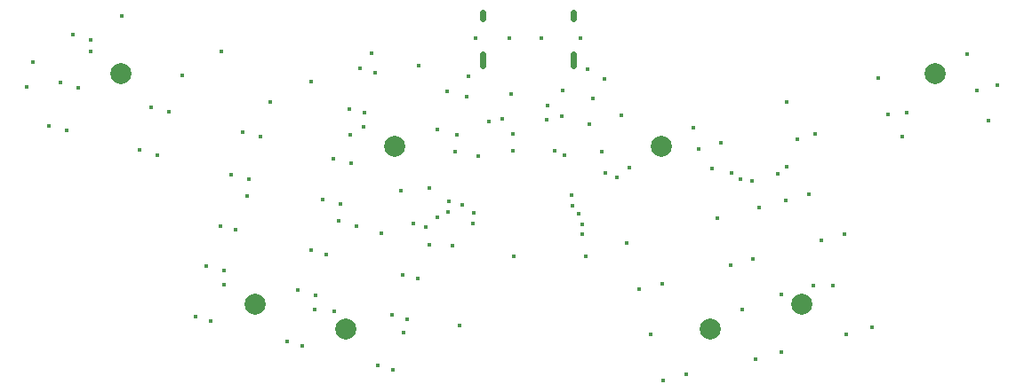
<source format=gbr>
%TF.GenerationSoftware,KiCad,Pcbnew,8.0.0*%
%TF.CreationDate,2024-03-10T21:35:40-05:00*%
%TF.ProjectId,idawgz32,69646177-677a-4333-922e-6b696361645f,rev?*%
%TF.SameCoordinates,Original*%
%TF.FileFunction,Plated,1,2,PTH,Mixed*%
%TF.FilePolarity,Positive*%
%FSLAX46Y46*%
G04 Gerber Fmt 4.6, Leading zero omitted, Abs format (unit mm)*
G04 Created by KiCad (PCBNEW 8.0.0) date 2024-03-10 21:35:40*
%MOMM*%
%LPD*%
G01*
G04 APERTURE LIST*
%TA.AperFunction,ViaDrill*%
%ADD10C,0.400000*%
%TD*%
G04 aperture for slot hole*
%TA.AperFunction,ComponentDrill*%
%ADD11C,0.600000*%
%TD*%
%TA.AperFunction,ComponentDrill*%
%ADD12C,2.000000*%
%TD*%
G04 APERTURE END LIST*
D10*
X23301010Y-53090558D03*
X23927775Y-50751436D03*
X25402046Y-56840484D03*
X26502027Y-52735301D03*
X27092416Y-57293421D03*
X27731420Y-48147151D03*
X28192398Y-53188239D03*
X29421789Y-48600090D03*
X29424793Y-49724576D03*
X32362083Y-46356273D03*
X34095382Y-59169856D03*
X35195361Y-55064673D03*
X35785748Y-59622792D03*
X36885732Y-55517605D03*
X38118129Y-52053950D03*
X39406726Y-75086898D03*
X40459343Y-70192560D03*
X40855615Y-75475126D03*
X41736100Y-66393560D03*
X41857066Y-49691148D03*
X42088012Y-72011468D03*
X42149712Y-70645496D03*
X42788713Y-61499231D03*
X43184986Y-66781794D03*
X43888691Y-57394044D03*
X44352679Y-63559610D03*
X44479080Y-61952160D03*
X45579061Y-57846980D03*
X46505272Y-54560093D03*
X48100061Y-77416265D03*
X49152671Y-72521933D03*
X49548948Y-77804497D03*
X50390839Y-52594443D03*
X50429430Y-68722936D03*
X50781344Y-74340841D03*
X50843041Y-72974865D03*
X51482043Y-63828602D03*
X51878321Y-69111164D03*
X52517322Y-59964896D03*
X52622706Y-74543807D03*
X53046010Y-65888989D03*
X53172416Y-64281531D03*
X54052898Y-55199971D03*
X54111546Y-57654234D03*
X54207691Y-60417831D03*
X54753109Y-66429352D03*
X55088174Y-51336269D03*
X55440084Y-56954175D03*
X55501786Y-55588203D03*
X56179492Y-49936549D03*
X56537060Y-51724501D03*
X56793393Y-79745636D03*
X57080151Y-67052880D03*
X58087488Y-74916009D03*
X58242282Y-80133864D03*
X58955280Y-62984036D03*
X59122762Y-71052310D03*
X59233196Y-76605506D03*
X59536375Y-75304238D03*
X60175380Y-66157972D03*
X60571650Y-71440533D03*
X60632561Y-51098557D03*
X61342917Y-66470815D03*
X61632401Y-68189697D03*
X61673335Y-62765936D03*
X62419246Y-57182911D03*
X62457822Y-65536949D03*
X63389814Y-53560688D03*
X63485063Y-65015952D03*
X63548596Y-64018470D03*
X63855084Y-68276047D03*
X64133417Y-59283542D03*
X64259822Y-57676090D03*
X64521691Y-75869768D03*
X64785990Y-64375963D03*
X65230394Y-54053869D03*
X65380860Y-52132221D03*
X65819018Y-66139618D03*
X65929699Y-65146262D03*
X66084370Y-48501873D03*
X66359872Y-59733930D03*
X67359872Y-56391226D03*
X68655085Y-56176048D03*
X69334368Y-48501872D03*
X69437290Y-53809696D03*
X69634869Y-59251877D03*
X69634871Y-57576047D03*
X69742183Y-69251873D03*
X72334370Y-48501871D03*
X72852335Y-56268772D03*
X72919830Y-54933566D03*
X73584370Y-59251875D03*
X74251399Y-55894307D03*
X74336326Y-53432839D03*
X74555083Y-59676052D03*
X75226897Y-63468030D03*
X75291008Y-64487059D03*
X75919412Y-65264307D03*
X76084367Y-48501878D03*
X76206219Y-67214655D03*
X76251002Y-66207203D03*
X76584373Y-69251879D03*
X76754639Y-51392948D03*
X76950673Y-56651624D03*
X77289807Y-54215316D03*
X78100745Y-59314468D03*
X78350464Y-52378200D03*
X78425184Y-61350369D03*
X79531696Y-61757068D03*
X79945043Y-55849285D03*
X80430116Y-68007800D03*
X80744728Y-60795325D03*
X81649123Y-72458668D03*
X82759491Y-76701128D03*
X83833034Y-71873492D03*
X83978499Y-81152002D03*
X86162403Y-80566826D03*
X86794078Y-56985095D03*
X87341892Y-59027619D03*
X88587755Y-60878009D03*
X89123449Y-65678426D03*
X89438060Y-58465953D03*
X90342455Y-70129297D03*
X90481322Y-61315558D03*
X91296349Y-61894122D03*
X91452823Y-74371764D03*
X92381240Y-62056307D03*
X92526365Y-69544120D03*
X92712384Y-79070580D03*
X93070619Y-64652084D03*
X94886902Y-61384917D03*
X95161921Y-78414230D03*
X95177417Y-72901135D03*
X95582026Y-63979154D03*
X95728896Y-54591023D03*
X95745612Y-60725965D03*
X96689079Y-58075963D03*
X97816782Y-63349053D03*
X98268379Y-72072908D03*
X98390027Y-57620197D03*
X99011641Y-67806396D03*
X100146156Y-72042390D03*
X101219698Y-67214747D03*
X101405718Y-76741209D03*
X103855255Y-76084856D03*
X104422226Y-52261645D03*
X105358265Y-55753060D03*
X106681910Y-57893708D03*
X107148064Y-55532304D03*
X112874076Y-49996984D03*
X113834264Y-53481923D03*
X114950975Y-56299182D03*
X115776692Y-52961451D03*
D11*
%TO.C,J1*%
X66764366Y-46016875D02*
X66764366Y-46616875D01*
X66764366Y-49946875D02*
X66764366Y-51046875D01*
X75404366Y-46016875D02*
X75404366Y-46616875D01*
X75404366Y-49946875D02*
X75404366Y-51046875D01*
D12*
%TO.C,H1*%
X32330212Y-51817942D03*
%TO.C,H5*%
X45058133Y-73863350D03*
%TO.C,H6*%
X53751469Y-76192718D03*
%TO.C,H2*%
X58410208Y-58806057D03*
%TO.C,H3*%
X83774173Y-58806057D03*
%TO.C,H7*%
X88432913Y-76192723D03*
%TO.C,H8*%
X97126245Y-73863353D03*
%TO.C,H4*%
X109854168Y-51817947D03*
M02*

</source>
